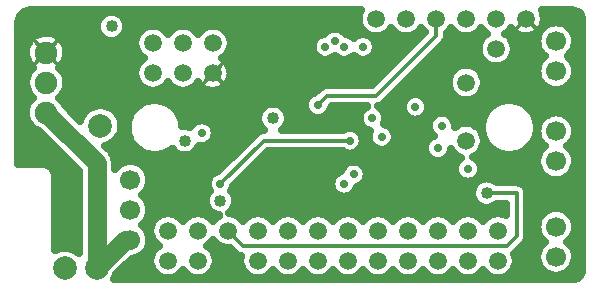
<source format=gbr>
G04 DipTrace 3.0.0.2*
G04 Inner2[+5v].gbr*
%MOIN*%
G04 #@! TF.FileFunction,Copper,L3,Inr*
G04 #@! TF.Part,Single*
%ADD16C,0.059055*%
%ADD28C,0.066929*%
%ADD29C,0.074803*%
%ADD32C,0.07874*%
G04 #@! TA.AperFunction,CopperBalancing*
%ADD14C,0.012992*%
G04 #@! TA.AperFunction,Conductor*
%ADD17C,0.062992*%
G04 #@! TA.AperFunction,CopperBalancing*
%ADD19C,0.025*%
G04 #@! TA.AperFunction,ViaPad*
%ADD46C,0.027559*%
%ADD48C,0.04*%
%FSLAX26Y26*%
G04*
G70*
G90*
G75*
G01*
G04 Inner2_Plane*
%LPD*%
X1850104Y1043789D2*
D14*
Y1031287D1*
X1293724Y1074924D2*
X1256224D1*
X1249975Y1081173D1*
X1431310Y681251D2*
X1400056D1*
X699972Y474979D2*
D17*
X793732Y568739D1*
X812487D1*
X531220Y993673D2*
X699972Y824921D1*
Y474979D1*
X1543701Y899970D2*
D14*
X1256238D1*
X1112526Y756258D1*
X1999974Y724924D2*
X2099978D1*
Y581088D1*
X2068877Y549987D1*
X1187408D1*
X1137474Y599921D1*
X1831223Y1306173D2*
Y1249923D1*
X1631224Y1049924D1*
X1468724D1*
X1437474Y1018673D1*
D46*
X1850104Y1043789D3*
D48*
X1293724Y1074924D3*
D46*
X1431310Y681251D3*
D48*
X993718Y900024D3*
X1287545Y975031D3*
D46*
X1762450Y1012471D3*
X1850104Y950029D3*
D48*
X1112526Y700001D3*
D46*
X1525232Y756258D3*
X1618824Y974848D3*
X1462240Y1212556D3*
D3*
X1650083Y912525D3*
X1543701Y899970D3*
X1112526Y756258D3*
X1493736Y1231308D3*
X1525232Y1212556D3*
D48*
X1999974Y724924D3*
D46*
X1556728Y787512D3*
D48*
X749988Y1281314D3*
D46*
X1937450Y806220D3*
X1588224Y1212424D3*
X1437474Y1018673D3*
X1050020Y925026D3*
X1837451Y874971D3*
D48*
X1268793Y831266D3*
X443444Y1309108D2*
D19*
X706852D1*
X793151D2*
X1570035D1*
X2192419D2*
X2314762D1*
X440222Y1284239D2*
X698307D1*
X801647D2*
X1574186D1*
X2267516D2*
X2315690D1*
X440222Y1259370D2*
X517496D1*
X544958D2*
X703386D1*
X796570D2*
X837370D1*
X1137584D2*
X1458610D1*
X1528844D2*
X1593180D1*
X1669274D2*
X1693180D1*
X1769274D2*
X1787614D1*
X1869470D2*
X1893180D1*
X1969274D2*
X1993180D1*
X2069274D2*
X2093180D1*
X2289978D2*
X2315690D1*
X440222Y1234501D2*
X476042D1*
X586412D2*
X732194D1*
X767760D2*
X826970D1*
X1147986D2*
X1422722D1*
X1627672D2*
X1762760D1*
X1865954D2*
X1977311D1*
X2085436D2*
X2166276D1*
X2296520D2*
X2315690D1*
X440222Y1209632D2*
X464030D1*
X598424D2*
X828239D1*
X1146715D2*
X1416814D1*
X1633678D2*
X1737907D1*
X1843982D2*
X1970182D1*
X2092566D2*
X2170035D1*
X2292760D2*
X2315690D1*
X440222Y1184764D2*
X462663D1*
X599791D2*
X842058D1*
X1132898D2*
X1426871D1*
X1623668D2*
X1713004D1*
X1819127D2*
X1974186D1*
X2088562D2*
X2186882D1*
X2275963D2*
X2315690D1*
X440222Y1159895D2*
X471256D1*
X591198D2*
X837760D1*
X1137194D2*
X1688151D1*
X1794226D2*
X1992790D1*
X2069958D2*
X2173063D1*
X2289734D2*
X2315690D1*
X440222Y1135026D2*
X476432D1*
X585974D2*
X827067D1*
X1147887D2*
X1663298D1*
X1769371D2*
X1886979D1*
X1975719D2*
X2166276D1*
X2296520D2*
X2315690D1*
X440222Y1110157D2*
X464127D1*
X598278D2*
X828092D1*
X1146862D2*
X1638395D1*
X1744518D2*
X1872379D1*
X1990319D2*
X2169840D1*
X2292955D2*
X2315690D1*
X440222Y1085289D2*
X462614D1*
X599840D2*
X841570D1*
X1133386D2*
X1461051D1*
X1719615D2*
X1870719D1*
X1992028D2*
X2186295D1*
X2276500D2*
X2315690D1*
X440222Y1060420D2*
X470963D1*
X591491D2*
X1424576D1*
X1694762D2*
X1880486D1*
X1982214D2*
X2315690D1*
X440222Y1035551D2*
X476871D1*
X585583D2*
X1395378D1*
X1669908D2*
X1723650D1*
X1801256D2*
X1920963D1*
X1941735D2*
X2315690D1*
X440222Y1010682D2*
X464274D1*
X602623D2*
X677898D1*
X747058D2*
X829020D1*
X958483D2*
X1251091D1*
X1324010D2*
X1392692D1*
X1482555D2*
X1592496D1*
X1645154D2*
X1716959D1*
X1807946D2*
X2010416D1*
X2139831D2*
X2315690D1*
X440222Y985814D2*
X462516D1*
X627478D2*
X651432D1*
X773522D2*
X810123D1*
X977379D2*
X1236979D1*
X1338122D2*
X1407194D1*
X1467760D2*
X1574723D1*
X1662927D2*
X1726188D1*
X1798718D2*
X1823698D1*
X1876500D2*
X1991471D1*
X2158727D2*
X2197966D1*
X2264488D2*
X2315690D1*
X440222Y960945D2*
X470671D1*
X782751D2*
X801530D1*
X986022D2*
X1023844D1*
X1076207D2*
X1237858D1*
X1337243D2*
X1575602D1*
X1662047D2*
X1805974D1*
X1894226D2*
X1982878D1*
X2288903D2*
X2315690D1*
X440222Y936076D2*
X495182D1*
X782164D2*
X800211D1*
X1094127D2*
X1254899D1*
X1320154D2*
X1517790D1*
X1569615D2*
X1597672D1*
X1688610D2*
X1806902D1*
X2296227D2*
X2315690D1*
X440222Y911207D2*
X525260D1*
X771570D2*
X805875D1*
X1093248D2*
X1214420D1*
X1587731D2*
X1604558D1*
X1695592D2*
X1811735D1*
X2293151D2*
X2315690D1*
X440222Y886339D2*
X550163D1*
X740514D2*
X820182D1*
X1071374D2*
X1189567D1*
X1586999D2*
X1613444D1*
X1686706D2*
X1793474D1*
X2148668D2*
X2184879D1*
X2277575D2*
X2315690D1*
X440222Y861470D2*
X575016D1*
X751012D2*
X851579D1*
X935924D2*
X960563D1*
X1026843D2*
X1164664D1*
X1270787D2*
X1521988D1*
X1565416D2*
X1794108D1*
X1978210D2*
X2032927D1*
X2117272D2*
X2173795D1*
X2288610D2*
X2315690D1*
X440222Y836601D2*
X599870D1*
X762096D2*
X1139811D1*
X1245934D2*
X1815495D1*
X1859411D2*
X1904459D1*
X1970398D2*
X2166227D1*
X2296178D2*
X2315690D1*
X549402Y811732D2*
X624772D1*
X860631D2*
X1114958D1*
X1221031D2*
X1518668D1*
X1594811D2*
X1892302D1*
X1982604D2*
X2169108D1*
X2293346D2*
X2315690D1*
X563171Y786863D2*
X636735D1*
X875035D2*
X1079802D1*
X1196178D2*
X1492496D1*
X1602234D2*
X1896500D1*
X1978356D2*
X2184343D1*
X2278112D2*
X2315690D1*
X563707Y761995D2*
X636735D1*
X877331D2*
X1067399D1*
X1171324D2*
X1480094D1*
X1593883D2*
X1965055D1*
X2034899D2*
X2315690D1*
X563707Y737126D2*
X636735D1*
X869127D2*
X1071500D1*
X1153551D2*
X1484196D1*
X1566295D2*
X1949772D1*
X2136071D2*
X2315690D1*
X563707Y712257D2*
X636735D1*
X860143D2*
X1062322D1*
X1162731D2*
X1949870D1*
X2138219D2*
X2315690D1*
X563707Y687388D2*
X636735D1*
X874840D2*
X1062419D1*
X1162634D2*
X1965592D1*
X2034362D2*
X2061735D1*
X2138219D2*
X2315690D1*
X563707Y662520D2*
X636735D1*
X877379D2*
X1078092D1*
X1146959D2*
X2061735D1*
X2138219D2*
X2190983D1*
X2271471D2*
X2315690D1*
X563707Y637651D2*
X636735D1*
X869470D2*
X889908D1*
X2138219D2*
X2171306D1*
X2291150D2*
X2315690D1*
X563707Y612782D2*
X636735D1*
X859655D2*
X877604D1*
X2138219D2*
X2166031D1*
X2296423D2*
X2315690D1*
X563707Y587913D2*
X636735D1*
X2138219D2*
X2171012D1*
X2291442D2*
X2315690D1*
X563707Y563045D2*
X636735D1*
X2133336D2*
X2190055D1*
X2272399D2*
X2315690D1*
X622839Y538176D2*
X636735D1*
X869762D2*
X890348D1*
X1084606D2*
X1146159D1*
X2110094D2*
X2171550D1*
X2290906D2*
X2315690D1*
X844323Y513307D2*
X877751D1*
X1097203D2*
X1177751D1*
X2097203D2*
X2166031D1*
X2296423D2*
X2315690D1*
X801843Y488438D2*
X877311D1*
X1097594D2*
X1177311D1*
X2097594D2*
X2170768D1*
X2291686D2*
X2315690D1*
X776988Y463570D2*
X888786D1*
X1086168D2*
X1188786D1*
X2086168D2*
X2189420D1*
X2273034D2*
X2314811D1*
X760730Y438701D2*
X2289518D1*
X2293919Y1226378D2*
X2292379Y1216657D1*
X2289337Y1207299D1*
X2284870Y1198530D1*
X2279087Y1190570D1*
X2272127Y1183610D1*
X2269213Y1181312D1*
X2275744Y1175643D1*
X2282134Y1168159D1*
X2287277Y1159769D1*
X2291042Y1150677D1*
X2293340Y1141109D1*
X2294112Y1131298D1*
X2293340Y1121487D1*
X2291042Y1111919D1*
X2287277Y1102827D1*
X2282134Y1094437D1*
X2275744Y1086953D1*
X2268260Y1080563D1*
X2259870Y1075420D1*
X2250778Y1071655D1*
X2241210Y1069357D1*
X2231399Y1068585D1*
X2221588Y1069357D1*
X2212020Y1071655D1*
X2202928Y1075420D1*
X2194538Y1080563D1*
X2187054Y1086953D1*
X2180664Y1094437D1*
X2175521Y1102827D1*
X2171756Y1111919D1*
X2169458Y1121487D1*
X2168686Y1131298D1*
X2169458Y1141109D1*
X2171756Y1150677D1*
X2175521Y1159769D1*
X2180664Y1168159D1*
X2187054Y1175643D1*
X2193585Y1181283D1*
X2187054Y1186953D1*
X2180664Y1194437D1*
X2175521Y1202827D1*
X2171756Y1211919D1*
X2169458Y1221487D1*
X2168686Y1231298D1*
X2169458Y1241109D1*
X2171756Y1250677D1*
X2175521Y1259769D1*
X2180664Y1268159D1*
X2187054Y1275643D1*
X2194538Y1282033D1*
X2202928Y1287176D1*
X2212020Y1290941D1*
X2221588Y1293239D1*
X2231399Y1294010D1*
X2241210Y1293239D1*
X2250778Y1290941D1*
X2259870Y1287176D1*
X2268260Y1282033D1*
X2275744Y1275643D1*
X2282134Y1268159D1*
X2287277Y1259769D1*
X2291042Y1250677D1*
X2293340Y1241109D1*
X2294112Y1231298D1*
X2293919Y1226378D1*
X2293744Y507503D2*
X2292205Y497782D1*
X2289163Y488424D1*
X2284696Y479655D1*
X2278912Y471694D1*
X2271953Y464735D1*
X2263992Y458951D1*
X2255223Y454484D1*
X2245865Y451442D1*
X2236144Y449903D1*
X2226304D1*
X2216584Y451442D1*
X2207226Y454484D1*
X2198457Y458951D1*
X2190496Y464735D1*
X2183537Y471694D1*
X2177753Y479655D1*
X2173286Y488424D1*
X2170244Y497782D1*
X2168705Y507503D1*
Y517342D1*
X2170244Y527063D1*
X2173286Y536421D1*
X2177753Y545190D1*
X2183537Y553151D1*
X2190496Y560110D1*
X2193411Y562408D1*
X2186879Y568077D1*
X2180490Y575562D1*
X2175346Y583951D1*
X2171581Y593043D1*
X2169283Y602612D1*
X2168512Y612423D1*
X2169283Y622234D1*
X2171581Y631802D1*
X2175346Y640894D1*
X2180490Y649283D1*
X2186879Y656768D1*
X2194364Y663157D1*
X2202753Y668300D1*
X2211845Y672066D1*
X2221413Y674363D1*
X2231224Y675135D1*
X2241035Y674363D1*
X2250604Y672066D1*
X2259696Y668300D1*
X2268085Y663157D1*
X2275570Y656768D1*
X2281959Y649283D1*
X2287102Y640894D1*
X2290867Y631802D1*
X2293165Y622234D1*
X2293937Y612423D1*
X2293165Y602612D1*
X2290867Y593043D1*
X2287102Y583951D1*
X2281959Y575562D1*
X2275570Y568077D1*
X2269038Y562437D1*
X2275570Y556768D1*
X2281959Y549283D1*
X2287102Y540894D1*
X2290867Y531802D1*
X2293165Y522234D1*
X2293937Y512423D1*
X2293744Y507503D1*
X952157Y873552D2*
X941504Y865871D1*
X928728Y859362D1*
X915093Y854932D1*
X900932Y852689D1*
X886593D1*
X872432Y854932D1*
X858797Y859362D1*
X846021Y865871D1*
X834421Y874299D1*
X824283Y884437D1*
X815856Y896037D1*
X809346Y908812D1*
X804916Y922447D1*
X802673Y936609D1*
Y950947D1*
X804916Y965109D1*
X809346Y978744D1*
X815856Y991520D1*
X824283Y1003119D1*
X834421Y1013257D1*
X846021Y1021685D1*
X858797Y1028194D1*
X872432Y1032625D1*
X886593Y1034867D1*
X900932D1*
X915093Y1032625D1*
X928728Y1028194D1*
X941504Y1021685D1*
X953104Y1013257D1*
X963241Y1003119D1*
X971669Y991520D1*
X978178Y978744D1*
X982609Y965109D1*
X984852Y950947D1*
X984948Y948510D1*
X993718Y949272D1*
X1001423Y948665D1*
X1008936Y946861D1*
X1012239Y945643D1*
X1017302Y952970D1*
X1022076Y957744D1*
X1027538Y961714D1*
X1033554Y964778D1*
X1039975Y966865D1*
X1046644Y967921D1*
X1053395D1*
X1060064Y966865D1*
X1066486Y964778D1*
X1072501Y961714D1*
X1077963Y957744D1*
X1082738Y952970D1*
X1086707Y947508D1*
X1089772Y941492D1*
X1091858Y935071D1*
X1092915Y928402D1*
Y921651D1*
X1091858Y914982D1*
X1089772Y908560D1*
X1086707Y902545D1*
X1082738Y897083D1*
X1077963Y892308D1*
X1072501Y888339D1*
X1066486Y885274D1*
X1060064Y883188D1*
X1053395Y882131D1*
X1046644D1*
X1039988Y883185D1*
X1037598Y877665D1*
X1033560Y871076D1*
X1028542Y865199D1*
X1022665Y860181D1*
X1016076Y856143D1*
X1008936Y853186D1*
X1001423Y851382D1*
X993718Y850776D1*
X986013Y851382D1*
X978500Y853186D1*
X971360Y856143D1*
X964770Y860181D1*
X958894Y865199D1*
X953875Y871076D1*
X952222Y873551D1*
X2166211Y936609D2*
X2163969Y922447D1*
X2159538Y908812D1*
X2153029Y896037D1*
X2144601Y884437D1*
X2134463Y874299D1*
X2122864Y865871D1*
X2110088Y859362D1*
X2096453Y854932D1*
X2082291Y852689D1*
X2067953D1*
X2053791Y854932D1*
X2040156Y859362D1*
X2027381Y865871D1*
X2015781Y874299D1*
X2005643Y884437D1*
X1997215Y896037D1*
X1990706Y908812D1*
X1986276Y922447D1*
X1984033Y936609D1*
Y950947D1*
X1986276Y965109D1*
X1990706Y978744D1*
X1997215Y991520D1*
X2005643Y1003119D1*
X2015781Y1013257D1*
X2027381Y1021685D1*
X2040156Y1028194D1*
X2053791Y1032625D1*
X2067953Y1034867D1*
X2082291D1*
X2096453Y1032625D1*
X2110088Y1028194D1*
X2122864Y1021685D1*
X2134463Y1013257D1*
X2144601Y1003119D1*
X2153029Y991520D1*
X2159538Y978744D1*
X2163969Y965109D1*
X2166211Y950947D1*
Y936609D1*
X875007Y563819D2*
X873467Y554098D1*
X870425Y544740D1*
X865958Y535971D1*
X860175Y528010D1*
X853215Y521051D1*
X845255Y515268D1*
X836486Y510800D1*
X827127Y507758D1*
X817119Y506209D1*
X765525Y454627D1*
X761112Y443827D1*
X757531Y437709D1*
X2283450Y437716D1*
X2295223Y439070D1*
X2302886Y442213D1*
X2309403Y447315D1*
X2314290Y453996D1*
X2317182Y461752D1*
X2318210Y474257D1*
X2318209Y1297438D1*
X2317180Y1309958D1*
X2314289Y1317699D1*
X2309400Y1324381D1*
X2302883Y1329482D1*
X2295223Y1332625D1*
X2283472Y1333974D1*
X2183056Y1333975D1*
X2186861Y1325126D1*
X2188820Y1317892D1*
X2189843Y1310467D1*
X2189787Y1301180D1*
X2188676Y1293768D1*
X2186630Y1286556D1*
X2183684Y1279665D1*
X2179883Y1273205D1*
X2175293Y1267281D1*
X2169984Y1261989D1*
X2164047Y1257416D1*
X2157575Y1253635D1*
X2150675Y1250710D1*
X2143459Y1248685D1*
X2136043Y1247596D1*
X2128550Y1247458D1*
X2121100Y1248277D1*
X2113814Y1250035D1*
X2106812Y1252707D1*
X2100206Y1256249D1*
X2094105Y1260602D1*
X2088608Y1265697D1*
X2083803Y1271449D1*
X2081230Y1275282D1*
X2075916Y1268001D1*
X2069395Y1261480D1*
X2062278Y1256289D1*
X2069545Y1250999D1*
X2076066Y1244478D1*
X2081487Y1237016D1*
X2085675Y1228798D1*
X2088525Y1220026D1*
X2089967Y1210917D1*
Y1201694D1*
X2088525Y1192585D1*
X2085675Y1183814D1*
X2081487Y1175596D1*
X2076066Y1168134D1*
X2069545Y1161613D1*
X2062083Y1156192D1*
X2053865Y1152004D1*
X2045093Y1149153D1*
X2035984Y1147711D1*
X2026761D1*
X2017652Y1149153D1*
X2008881Y1152004D1*
X2000663Y1156192D1*
X1993201Y1161613D1*
X1986680Y1168134D1*
X1981259Y1175596D1*
X1977071Y1183814D1*
X1974220Y1192585D1*
X1972778Y1201694D1*
Y1210917D1*
X1974220Y1220026D1*
X1977071Y1228798D1*
X1981259Y1237016D1*
X1986680Y1244478D1*
X1993201Y1250999D1*
X2000318Y1256190D1*
X1993051Y1261480D1*
X1986530Y1268001D1*
X1981219Y1275298D1*
X1975916Y1268001D1*
X1969395Y1261480D1*
X1961933Y1256059D1*
X1953715Y1251871D1*
X1944944Y1249021D1*
X1935835Y1247579D1*
X1926612D1*
X1917503Y1249021D1*
X1908731Y1251871D1*
X1900513Y1256059D1*
X1893051Y1261480D1*
X1886530Y1268001D1*
X1881219Y1275298D1*
X1875916Y1268001D1*
X1869395Y1261480D1*
X1866974Y1259571D1*
X1866857Y1247118D1*
X1865980Y1241579D1*
X1864247Y1236244D1*
X1861699Y1231247D1*
X1858403Y1226709D1*
X1750432Y1118581D1*
X1654438Y1022744D1*
X1649900Y1019447D1*
X1644903Y1016900D1*
X1639568Y1015167D1*
X1636806Y1014618D1*
X1641306Y1011535D1*
X1646768Y1007566D1*
X1651542Y1002791D1*
X1655512Y997329D1*
X1658576Y991314D1*
X1660663Y984892D1*
X1661719Y978223D1*
Y971472D1*
X1660663Y964803D1*
X1658576Y958382D1*
X1656988Y955003D1*
X1663379Y953446D1*
X1669617Y950862D1*
X1675374Y947335D1*
X1680508Y942950D1*
X1684892Y937816D1*
X1688420Y932059D1*
X1691004Y925821D1*
X1692580Y919256D1*
X1693110Y912525D1*
X1692580Y905794D1*
X1691004Y899228D1*
X1688420Y892991D1*
X1684892Y887234D1*
X1680508Y882100D1*
X1675374Y877715D1*
X1669617Y874188D1*
X1663379Y871604D1*
X1656814Y870028D1*
X1650083Y869497D1*
X1643352Y870028D1*
X1636786Y871604D1*
X1630549Y874188D1*
X1624791Y877715D1*
X1619657Y882100D1*
X1615273Y887234D1*
X1611745Y892991D1*
X1609161Y899228D1*
X1607585Y905794D1*
X1607055Y912525D1*
X1607585Y919256D1*
X1609161Y925821D1*
X1611919Y932370D1*
X1605528Y933926D1*
X1599290Y936510D1*
X1593533Y940038D1*
X1588399Y944423D1*
X1584014Y949556D1*
X1580487Y955314D1*
X1577903Y961551D1*
X1576327Y968117D1*
X1575797Y974848D1*
X1576327Y981579D1*
X1577903Y988144D1*
X1580487Y994382D1*
X1584014Y1000139D1*
X1588399Y1005273D1*
X1593533Y1009657D1*
X1599290Y1013185D1*
X1601436Y1014174D1*
X1483520Y1014180D1*
X1479312Y1008629D1*
X1477226Y1002207D1*
X1474161Y996192D1*
X1470192Y990730D1*
X1465417Y985955D1*
X1459955Y981986D1*
X1453940Y978921D1*
X1447518Y976835D1*
X1440849Y975778D1*
X1434098D1*
X1427429Y976835D1*
X1421008Y978921D1*
X1414992Y981986D1*
X1409530Y985955D1*
X1404756Y990730D1*
X1400786Y996192D1*
X1397722Y1002207D1*
X1395635Y1008629D1*
X1394579Y1015298D1*
Y1022049D1*
X1395635Y1028718D1*
X1397722Y1035139D1*
X1400786Y1041155D1*
X1404756Y1046617D1*
X1409530Y1051391D1*
X1414992Y1055361D1*
X1421008Y1058425D1*
X1429098Y1060844D1*
X1445510Y1077104D1*
X1450049Y1080400D1*
X1455046Y1082947D1*
X1460381Y1084681D1*
X1465920Y1085558D1*
X1616429Y1085668D1*
X1792635Y1261884D1*
X1786530Y1268001D1*
X1781219Y1275298D1*
X1775916Y1268001D1*
X1769395Y1261480D1*
X1761933Y1256059D1*
X1753715Y1251871D1*
X1744944Y1249021D1*
X1735835Y1247579D1*
X1726612D1*
X1717503Y1249021D1*
X1708731Y1251871D1*
X1700513Y1256059D1*
X1693051Y1261480D1*
X1686530Y1268001D1*
X1681219Y1275298D1*
X1675916Y1268001D1*
X1669395Y1261480D1*
X1661933Y1256059D1*
X1653715Y1251871D1*
X1644944Y1249021D1*
X1635835Y1247579D1*
X1626612D1*
X1617503Y1249021D1*
X1608731Y1251871D1*
X1600513Y1256059D1*
X1593051Y1261480D1*
X1586530Y1268001D1*
X1581109Y1275463D1*
X1576921Y1283681D1*
X1574071Y1292453D1*
X1572629Y1301562D1*
Y1310785D1*
X1574071Y1319894D1*
X1576921Y1328665D1*
X1579479Y1333974D1*
X478219Y1333976D1*
X466381Y1332228D1*
X457455Y1328496D1*
X449736Y1322682D1*
X443688Y1315144D1*
X439698Y1306377D1*
X437697Y1295289D1*
X437698Y822344D1*
X522059Y822262D1*
X528646Y821219D1*
X534988Y819159D1*
X540930Y816131D1*
X546325Y812211D1*
X551042Y807495D1*
X554962Y802100D1*
X557990Y796157D1*
X560050Y789815D1*
X561093Y783228D1*
X561224Y692394D1*
X561093Y540339D1*
X560698Y537012D1*
X562571Y536063D1*
X572518Y540184D1*
X582990Y542697D1*
X593723Y543542D1*
X604457Y542697D1*
X614928Y540184D1*
X624875Y536063D1*
X634056Y530437D1*
X639230Y526230D1*
X639228Y799735D1*
X507692Y931297D1*
X500962Y934287D1*
X492045Y939752D1*
X484092Y946545D1*
X477299Y954497D1*
X471835Y963415D1*
X467833Y973077D1*
X465391Y983247D1*
X464571Y993673D1*
X465391Y1004100D1*
X467833Y1014269D1*
X471835Y1023932D1*
X477299Y1032849D1*
X484092Y1040802D1*
X487169Y1043646D1*
X480539Y1050387D1*
X474392Y1058849D1*
X469644Y1068168D1*
X466412Y1078114D1*
X464777Y1088444D1*
Y1098903D1*
X466412Y1109232D1*
X469644Y1119178D1*
X474392Y1128497D1*
X480539Y1136959D1*
X487169Y1143646D1*
X480394Y1150560D1*
X474520Y1158642D1*
X469920Y1167510D1*
X466698Y1176967D1*
X464927Y1186799D1*
X464643Y1196786D1*
X465857Y1206703D1*
X468539Y1216327D1*
X472629Y1225442D1*
X478035Y1233842D1*
X484638Y1241341D1*
X492286Y1247769D1*
X500810Y1252980D1*
X510017Y1256860D1*
X519699Y1259320D1*
X529642Y1260304D1*
X539619Y1259791D1*
X549408Y1257794D1*
X558787Y1254354D1*
X567549Y1249552D1*
X575493Y1243493D1*
X582442Y1236316D1*
X588241Y1228181D1*
X592759Y1219270D1*
X595894Y1209783D1*
X597575Y1199936D1*
X597823Y1191173D1*
X596701Y1181247D1*
X594108Y1171598D1*
X590102Y1162446D1*
X584773Y1153996D1*
X578240Y1146437D1*
X575276Y1143674D1*
X581902Y1136959D1*
X588049Y1128497D1*
X592797Y1119178D1*
X596029Y1109232D1*
X597664Y1098903D1*
Y1088444D1*
X596029Y1078114D1*
X592797Y1068168D1*
X588049Y1058849D1*
X581902Y1050387D1*
X575272Y1043701D1*
X581902Y1036959D1*
X588049Y1028497D1*
X592797Y1019178D1*
X593483Y1017319D1*
X645539Y965258D1*
X649089Y976287D1*
X653978Y985882D1*
X660307Y994593D1*
X667920Y1002206D1*
X676631Y1008535D1*
X686226Y1013424D1*
X696466Y1016751D1*
X707101Y1018436D1*
X717867D1*
X728503Y1016751D1*
X738743Y1013424D1*
X748337Y1008535D1*
X757049Y1002206D1*
X764661Y994593D1*
X770991Y985882D1*
X775879Y976287D1*
X779206Y966047D1*
X780891Y955412D1*
Y944646D1*
X779206Y934010D1*
X775879Y923770D1*
X770991Y914176D1*
X764661Y905465D1*
X757049Y897852D1*
X748337Y891522D1*
X738743Y886634D1*
X727656Y883138D1*
X746163Y864371D1*
X751765Y856660D1*
X756093Y848167D1*
X759038Y839101D1*
X760529Y829688D1*
X760717Y804169D1*
X768142Y813084D1*
X775626Y819474D1*
X784016Y824617D1*
X793108Y828382D1*
X802676Y830680D1*
X812487Y831451D1*
X822298Y830680D1*
X831866Y828382D1*
X840958Y824617D1*
X849348Y819474D1*
X856832Y813084D1*
X863222Y805600D1*
X868365Y797210D1*
X872130Y788118D1*
X874428Y778550D1*
X875199Y768739D1*
X874428Y758928D1*
X872130Y749360D1*
X868365Y740268D1*
X863222Y731878D1*
X856832Y724394D1*
X850301Y718753D1*
X856832Y713084D1*
X863222Y705600D1*
X868365Y697210D1*
X872130Y688118D1*
X874428Y678550D1*
X875199Y668739D1*
X874428Y658928D1*
X872130Y649360D1*
X868365Y640268D1*
X863222Y631878D1*
X856832Y624394D1*
X850301Y618753D1*
X856832Y613084D1*
X863222Y605600D1*
X868365Y597210D1*
X872130Y588118D1*
X874428Y578550D1*
X875199Y568739D1*
X875007Y563819D1*
X2293744Y826253D2*
X2292205Y816533D1*
X2289163Y807174D1*
X2284696Y798405D1*
X2278912Y790445D1*
X2271953Y783486D1*
X2263992Y777702D1*
X2255223Y773235D1*
X2245865Y770193D1*
X2236144Y768653D1*
X2226304D1*
X2216584Y770193D1*
X2207226Y773235D1*
X2198457Y777702D1*
X2190496Y783486D1*
X2183537Y790445D1*
X2177753Y798405D1*
X2173286Y807174D1*
X2170244Y816533D1*
X2168705Y826253D1*
Y836093D1*
X2170244Y845814D1*
X2173286Y855172D1*
X2177753Y863941D1*
X2183537Y871902D1*
X2190496Y878861D1*
X2193411Y881159D1*
X2186879Y886828D1*
X2180490Y894312D1*
X2175346Y902702D1*
X2171581Y911794D1*
X2169283Y921362D1*
X2168512Y931173D1*
X2169283Y940984D1*
X2171581Y950552D1*
X2175346Y959644D1*
X2180490Y968034D1*
X2186879Y975518D1*
X2194364Y981908D1*
X2202753Y987051D1*
X2211845Y990816D1*
X2221413Y993114D1*
X2231224Y993886D1*
X2241035Y993114D1*
X2250604Y990816D1*
X2259696Y987051D1*
X2268085Y981908D1*
X2275570Y975518D1*
X2281959Y968034D1*
X2287102Y959644D1*
X2290867Y950552D1*
X2293165Y940984D1*
X2293937Y931173D1*
X2293165Y921362D1*
X2290867Y911794D1*
X2287102Y902702D1*
X2281959Y894312D1*
X2275570Y886828D1*
X2269038Y881188D1*
X2275570Y875518D1*
X2281959Y868034D1*
X2287102Y859644D1*
X2290867Y850552D1*
X2293165Y840984D1*
X2293937Y831173D1*
X2293744Y826253D1*
X1987470Y630797D2*
X1992781Y638093D1*
X1999302Y644614D1*
X2006764Y650035D1*
X2014982Y654223D1*
X2023753Y657073D1*
X2032862Y658516D1*
X2042085D1*
X2051194Y657073D1*
X2059966Y654223D1*
X2064236Y652247D1*
X2064234Y689144D1*
X2033815Y689180D1*
X2028921Y685081D1*
X2022332Y681043D1*
X2015192Y678087D1*
X2007678Y676282D1*
X1999974Y675676D1*
X1992269Y676282D1*
X1984756Y678087D1*
X1977615Y681043D1*
X1971026Y685081D1*
X1965150Y690100D1*
X1960131Y695976D1*
X1956093Y702566D1*
X1953136Y709706D1*
X1951332Y717219D1*
X1950726Y724924D1*
X1951332Y732629D1*
X1953136Y740142D1*
X1956093Y747282D1*
X1960131Y753871D1*
X1965150Y759748D1*
X1971026Y764766D1*
X1977615Y768804D1*
X1984756Y771761D1*
X1992269Y773566D1*
X1999974Y774172D1*
X2007678Y773566D1*
X2015192Y771761D1*
X2022332Y768804D1*
X2028921Y764766D1*
X2033810Y760660D1*
X2102782Y760558D1*
X2108322Y759681D1*
X2113656Y757947D1*
X2118654Y755400D1*
X2123192Y752104D1*
X2127157Y748138D1*
X2130454Y743600D1*
X2133001Y738602D1*
X2134735Y733268D1*
X2135612Y727728D1*
X2135722Y581088D1*
X2135282Y575496D1*
X2133972Y570042D1*
X2131825Y564861D1*
X2128895Y560077D1*
X2125253Y555812D1*
X2091776Y522413D1*
X2094626Y513642D1*
X2096068Y504533D1*
Y495310D1*
X2094626Y486201D1*
X2091776Y477429D1*
X2087588Y469211D1*
X2082167Y461749D1*
X2075646Y455228D1*
X2068184Y449807D1*
X2059966Y445619D1*
X2051194Y442769D1*
X2042085Y441327D1*
X2032862D1*
X2023753Y442769D1*
X2014982Y445619D1*
X2006764Y449807D1*
X1999302Y455228D1*
X1992781Y461749D1*
X1987470Y469046D1*
X1982167Y461749D1*
X1975646Y455228D1*
X1968184Y449807D1*
X1959966Y445619D1*
X1951194Y442769D1*
X1942085Y441327D1*
X1932862D1*
X1923753Y442769D1*
X1914982Y445619D1*
X1906764Y449807D1*
X1899302Y455228D1*
X1892781Y461749D1*
X1887470Y469046D1*
X1882167Y461749D1*
X1875646Y455228D1*
X1868184Y449807D1*
X1859966Y445619D1*
X1851194Y442769D1*
X1842085Y441327D1*
X1832862D1*
X1823753Y442769D1*
X1814982Y445619D1*
X1806764Y449807D1*
X1799302Y455228D1*
X1792781Y461749D1*
X1787470Y469046D1*
X1782167Y461749D1*
X1775646Y455228D1*
X1768184Y449807D1*
X1759966Y445619D1*
X1751194Y442769D1*
X1742085Y441327D1*
X1732862D1*
X1723753Y442769D1*
X1714982Y445619D1*
X1706764Y449807D1*
X1699302Y455228D1*
X1692781Y461749D1*
X1687470Y469046D1*
X1682167Y461749D1*
X1675646Y455228D1*
X1668184Y449807D1*
X1659966Y445619D1*
X1651194Y442769D1*
X1642085Y441327D1*
X1632862D1*
X1623753Y442769D1*
X1614982Y445619D1*
X1606764Y449807D1*
X1599302Y455228D1*
X1592781Y461749D1*
X1587470Y469046D1*
X1582167Y461749D1*
X1575646Y455228D1*
X1568184Y449807D1*
X1559966Y445619D1*
X1551194Y442769D1*
X1542085Y441327D1*
X1532862D1*
X1523753Y442769D1*
X1514982Y445619D1*
X1506764Y449807D1*
X1499302Y455228D1*
X1492781Y461749D1*
X1487470Y469046D1*
X1482167Y461749D1*
X1475646Y455228D1*
X1468184Y449807D1*
X1459966Y445619D1*
X1451194Y442769D1*
X1442085Y441327D1*
X1432862D1*
X1423753Y442769D1*
X1414982Y445619D1*
X1406764Y449807D1*
X1399302Y455228D1*
X1392781Y461749D1*
X1387470Y469046D1*
X1382167Y461749D1*
X1375646Y455228D1*
X1368184Y449807D1*
X1359966Y445619D1*
X1351194Y442769D1*
X1342085Y441327D1*
X1332862D1*
X1323753Y442769D1*
X1314982Y445619D1*
X1306764Y449807D1*
X1299302Y455228D1*
X1292781Y461749D1*
X1287470Y469046D1*
X1282167Y461749D1*
X1275646Y455228D1*
X1268184Y449807D1*
X1259966Y445619D1*
X1251194Y442769D1*
X1242085Y441327D1*
X1232862D1*
X1223753Y442769D1*
X1214982Y445619D1*
X1206764Y449807D1*
X1199302Y455228D1*
X1192781Y461749D1*
X1187360Y469211D1*
X1183172Y477429D1*
X1180322Y486201D1*
X1178879Y495310D1*
Y504533D1*
X1180322Y513642D1*
X1180669Y514874D1*
X1173730Y516963D1*
X1168732Y519510D1*
X1164194Y522807D1*
X1145181Y541664D1*
X1137474Y541146D1*
X1128280Y541869D1*
X1119311Y544022D1*
X1110790Y547551D1*
X1102927Y552371D1*
X1095913Y558361D1*
X1089924Y565374D1*
X1087470Y569046D1*
X1082167Y561749D1*
X1075646Y555228D1*
X1068349Y549917D1*
X1075646Y544614D1*
X1082167Y538093D1*
X1087588Y530631D1*
X1091776Y522413D1*
X1094626Y513642D1*
X1096068Y504533D1*
Y495310D1*
X1094626Y486201D1*
X1091776Y477429D1*
X1087588Y469211D1*
X1082167Y461749D1*
X1075646Y455228D1*
X1068184Y449807D1*
X1059966Y445619D1*
X1051194Y442769D1*
X1042085Y441327D1*
X1032862D1*
X1023753Y442769D1*
X1014982Y445619D1*
X1006764Y449807D1*
X999302Y455228D1*
X992781Y461749D1*
X987470Y469046D1*
X982167Y461749D1*
X975646Y455228D1*
X968184Y449807D1*
X959966Y445619D1*
X951194Y442769D1*
X942085Y441327D1*
X932862D1*
X923753Y442769D1*
X914982Y445619D1*
X906764Y449807D1*
X899302Y455228D1*
X892781Y461749D1*
X887360Y469211D1*
X883172Y477429D1*
X880322Y486201D1*
X878879Y495310D1*
Y504533D1*
X880322Y513642D1*
X883172Y522413D1*
X887360Y530631D1*
X892781Y538093D1*
X899302Y544614D1*
X906598Y549925D1*
X899302Y555228D1*
X892781Y561749D1*
X887360Y569211D1*
X883172Y577429D1*
X880322Y586201D1*
X878879Y595310D1*
Y604533D1*
X880322Y613642D1*
X883172Y622413D1*
X887360Y630631D1*
X892781Y638093D1*
X899302Y644614D1*
X906764Y650035D1*
X914982Y654223D1*
X923753Y657073D1*
X932862Y658516D1*
X942085D1*
X951194Y657073D1*
X959966Y654223D1*
X968184Y650035D1*
X975646Y644614D1*
X982167Y638093D1*
X987478Y630797D1*
X992781Y638093D1*
X999302Y644614D1*
X1006764Y650035D1*
X1014982Y654223D1*
X1023753Y657073D1*
X1032862Y658516D1*
X1042085D1*
X1051194Y657073D1*
X1059966Y654223D1*
X1068184Y650035D1*
X1075646Y644614D1*
X1082167Y638093D1*
X1087478Y630797D1*
X1092781Y638093D1*
X1099302Y644614D1*
X1106764Y650035D1*
X1108352Y650925D1*
X1101029Y652114D1*
X1093680Y654503D1*
X1086794Y658010D1*
X1080542Y662552D1*
X1075077Y668017D1*
X1070535Y674269D1*
X1067028Y681155D1*
X1064639Y688504D1*
X1063430Y696138D1*
Y703865D1*
X1064639Y711499D1*
X1067028Y718848D1*
X1070535Y725734D1*
X1076196Y733194D1*
X1072774Y739793D1*
X1070688Y746214D1*
X1069631Y752883D1*
Y759634D1*
X1070688Y766303D1*
X1072774Y772724D1*
X1075839Y778740D1*
X1079808Y784202D1*
X1084583Y788976D1*
X1090045Y792946D1*
X1096060Y796010D1*
X1104151Y798429D1*
X1233024Y927150D1*
X1237562Y930446D1*
X1242559Y932993D1*
X1247894Y934726D1*
X1253433Y935604D1*
X1257849Y935714D1*
X1252720Y940207D1*
X1247702Y946084D1*
X1243664Y952673D1*
X1240707Y959814D1*
X1238903Y967327D1*
X1238297Y975031D1*
X1238903Y982736D1*
X1240707Y990249D1*
X1243664Y997390D1*
X1247702Y1003979D1*
X1252720Y1009856D1*
X1258597Y1014874D1*
X1265186Y1018912D1*
X1272327Y1021869D1*
X1279840Y1023673D1*
X1287545Y1024279D1*
X1295249Y1023673D1*
X1302762Y1021869D1*
X1309903Y1018912D1*
X1316492Y1014874D1*
X1322369Y1009856D1*
X1327387Y1003979D1*
X1331425Y997390D1*
X1334382Y990249D1*
X1336186Y982736D1*
X1336793Y975031D1*
X1336186Y967327D1*
X1334382Y959814D1*
X1331425Y952673D1*
X1327387Y946084D1*
X1322369Y940207D1*
X1317168Y935722D1*
X1519762Y935714D1*
X1527235Y939722D1*
X1533656Y941808D1*
X1540325Y942865D1*
X1547076D1*
X1553745Y941808D1*
X1560167Y939722D1*
X1566182Y936657D1*
X1571644Y932688D1*
X1576419Y927913D1*
X1580388Y922451D1*
X1583453Y916436D1*
X1585539Y910014D1*
X1586596Y903345D1*
Y896594D1*
X1585539Y889925D1*
X1583453Y883504D1*
X1580388Y877488D1*
X1576419Y872026D1*
X1571644Y867252D1*
X1566182Y863282D1*
X1560167Y860218D1*
X1553745Y858131D1*
X1547076Y857075D1*
X1540325D1*
X1533656Y858131D1*
X1527235Y860218D1*
X1519803Y864228D1*
X1270996Y864226D1*
X1154765Y747947D1*
X1152278Y739793D1*
X1148854Y733239D1*
X1154517Y725734D1*
X1158025Y718848D1*
X1160413Y711499D1*
X1161622Y703865D1*
Y696138D1*
X1160413Y688504D1*
X1158025Y681155D1*
X1154517Y674269D1*
X1149975Y668017D1*
X1144510Y662552D1*
X1139251Y658673D1*
X1146668Y657974D1*
X1155636Y655820D1*
X1164157Y652291D1*
X1172021Y647471D1*
X1179034Y641482D1*
X1185024Y634468D1*
X1187478Y630797D1*
X1192781Y638093D1*
X1199302Y644614D1*
X1206764Y650035D1*
X1214982Y654223D1*
X1223753Y657073D1*
X1232862Y658516D1*
X1242085D1*
X1251194Y657073D1*
X1259966Y654223D1*
X1268184Y650035D1*
X1275646Y644614D1*
X1282167Y638093D1*
X1287478Y630797D1*
X1292781Y638093D1*
X1299302Y644614D1*
X1306764Y650035D1*
X1314982Y654223D1*
X1323753Y657073D1*
X1332862Y658516D1*
X1342085D1*
X1351194Y657073D1*
X1359966Y654223D1*
X1368184Y650035D1*
X1375646Y644614D1*
X1382167Y638093D1*
X1387478Y630797D1*
X1392781Y638093D1*
X1399302Y644614D1*
X1406764Y650035D1*
X1414982Y654223D1*
X1423753Y657073D1*
X1432862Y658516D1*
X1442085D1*
X1451194Y657073D1*
X1459966Y654223D1*
X1468184Y650035D1*
X1475646Y644614D1*
X1482167Y638093D1*
X1487478Y630797D1*
X1492781Y638093D1*
X1499302Y644614D1*
X1506764Y650035D1*
X1514982Y654223D1*
X1523753Y657073D1*
X1532862Y658516D1*
X1542085D1*
X1551194Y657073D1*
X1559966Y654223D1*
X1568184Y650035D1*
X1575646Y644614D1*
X1582167Y638093D1*
X1587478Y630797D1*
X1592781Y638093D1*
X1599302Y644614D1*
X1606764Y650035D1*
X1614982Y654223D1*
X1623753Y657073D1*
X1632862Y658516D1*
X1642085D1*
X1651194Y657073D1*
X1659966Y654223D1*
X1668184Y650035D1*
X1675646Y644614D1*
X1682167Y638093D1*
X1687478Y630797D1*
X1692781Y638093D1*
X1699302Y644614D1*
X1706764Y650035D1*
X1714982Y654223D1*
X1723753Y657073D1*
X1732862Y658516D1*
X1742085D1*
X1751194Y657073D1*
X1759966Y654223D1*
X1768184Y650035D1*
X1775646Y644614D1*
X1782167Y638093D1*
X1787478Y630797D1*
X1792781Y638093D1*
X1799302Y644614D1*
X1806764Y650035D1*
X1814982Y654223D1*
X1823753Y657073D1*
X1832862Y658516D1*
X1842085D1*
X1851194Y657073D1*
X1859966Y654223D1*
X1868184Y650035D1*
X1875646Y644614D1*
X1882167Y638093D1*
X1887478Y630797D1*
X1892781Y638093D1*
X1899302Y644614D1*
X1906764Y650035D1*
X1914982Y654223D1*
X1923753Y657073D1*
X1932862Y658516D1*
X1942085D1*
X1951194Y657073D1*
X1959966Y654223D1*
X1968184Y650035D1*
X1975646Y644614D1*
X1982167Y638093D1*
X1987478Y630797D1*
X1989949Y1089182D2*
X1988507Y1080073D1*
X1985656Y1071302D1*
X1981469Y1063084D1*
X1976047Y1055622D1*
X1969526Y1049101D1*
X1962064Y1043680D1*
X1953846Y1039492D1*
X1945075Y1036642D1*
X1935966Y1035199D1*
X1926743D1*
X1917634Y1036642D1*
X1908862Y1039492D1*
X1900644Y1043680D1*
X1893182Y1049101D1*
X1886661Y1055622D1*
X1881240Y1063084D1*
X1877052Y1071302D1*
X1874202Y1080073D1*
X1872760Y1089182D1*
Y1098405D1*
X1874202Y1107514D1*
X1877052Y1116286D1*
X1881240Y1124504D1*
X1886661Y1131966D1*
X1893182Y1138487D1*
X1900644Y1143908D1*
X1908862Y1148096D1*
X1917634Y1150946D1*
X1926743Y1152388D1*
X1935966D1*
X1945075Y1150946D1*
X1953846Y1148096D1*
X1962064Y1143908D1*
X1969526Y1138487D1*
X1976047Y1131966D1*
X1981469Y1124504D1*
X1985656Y1116286D1*
X1988507Y1107514D1*
X1989949Y1098405D1*
Y1089182D1*
Y895442D2*
X1988507Y886333D1*
X1985656Y877562D1*
X1981469Y869344D1*
X1976047Y861882D1*
X1969526Y855361D1*
X1962064Y849940D1*
X1954125Y845881D1*
X1959932Y842908D1*
X1965394Y838938D1*
X1970168Y834164D1*
X1974138Y828702D1*
X1977202Y822686D1*
X1979289Y816265D1*
X1980345Y809596D1*
Y802845D1*
X1979289Y796176D1*
X1977202Y789755D1*
X1974138Y783739D1*
X1970168Y778277D1*
X1965394Y773503D1*
X1959932Y769533D1*
X1953916Y766468D1*
X1947495Y764382D1*
X1940825Y763325D1*
X1934075D1*
X1927406Y764382D1*
X1920984Y766468D1*
X1914969Y769533D1*
X1909507Y773503D1*
X1904732Y778277D1*
X1900762Y783739D1*
X1897698Y789755D1*
X1895612Y796176D1*
X1894555Y802845D1*
Y809596D1*
X1895612Y816265D1*
X1897698Y822686D1*
X1900762Y828702D1*
X1904732Y834164D1*
X1909507Y838938D1*
X1915808Y843378D1*
X1908862Y845752D1*
X1900644Y849940D1*
X1893182Y855361D1*
X1886661Y861882D1*
X1881240Y869344D1*
X1880298Y871026D1*
X1879290Y864926D1*
X1877203Y858505D1*
X1874139Y852489D1*
X1870169Y847028D1*
X1865395Y842253D1*
X1859933Y838283D1*
X1853917Y835219D1*
X1847496Y833132D1*
X1840827Y832076D1*
X1834076D1*
X1827407Y833132D1*
X1820986Y835219D1*
X1814970Y838283D1*
X1809508Y842253D1*
X1804734Y847028D1*
X1800764Y852489D1*
X1797699Y858505D1*
X1795613Y864926D1*
X1794556Y871596D1*
Y878346D1*
X1795613Y885016D1*
X1797699Y891437D1*
X1800764Y897453D1*
X1804734Y902915D1*
X1809508Y907689D1*
X1814970Y911659D1*
X1820986Y914723D1*
X1823995Y915833D1*
X1819678Y919604D1*
X1815294Y924737D1*
X1811766Y930495D1*
X1809182Y936732D1*
X1807606Y943298D1*
X1807076Y950029D1*
X1807606Y956760D1*
X1809182Y963325D1*
X1811766Y969563D1*
X1815294Y975320D1*
X1819678Y980454D1*
X1824812Y984839D1*
X1830570Y988366D1*
X1836807Y990950D1*
X1843373Y992526D1*
X1850104Y993056D1*
X1856835Y992526D1*
X1863400Y990950D1*
X1869638Y988366D1*
X1875395Y984839D1*
X1880529Y980454D1*
X1884913Y975320D1*
X1888441Y969563D1*
X1891025Y963325D1*
X1892601Y956760D1*
X1893131Y950029D1*
X1892727Y944360D1*
X1900644Y950168D1*
X1908862Y954356D1*
X1917634Y957206D1*
X1926743Y958648D1*
X1935966D1*
X1945075Y957206D1*
X1953846Y954356D1*
X1962064Y950168D1*
X1969526Y944747D1*
X1976047Y938226D1*
X1981469Y930764D1*
X1985656Y922546D1*
X1988507Y913774D1*
X1989949Y904665D1*
Y895442D1*
X937480Y1094049D2*
X932169Y1086752D1*
X925648Y1080231D1*
X918186Y1074810D1*
X909969Y1070622D1*
X901197Y1067772D1*
X892088Y1066329D1*
X882865D1*
X873756Y1067772D1*
X864984Y1070622D1*
X856766Y1074810D1*
X849304Y1080231D1*
X842783Y1086752D1*
X837362Y1094214D1*
X833175Y1102432D1*
X830324Y1111203D1*
X828882Y1120312D1*
Y1129535D1*
X830324Y1138644D1*
X833175Y1147416D1*
X837362Y1155634D1*
X842783Y1163096D1*
X849304Y1169617D1*
X856601Y1174928D1*
X849304Y1180231D1*
X842783Y1186752D1*
X837362Y1194214D1*
X833175Y1202432D1*
X830324Y1211203D1*
X828882Y1220312D1*
Y1229535D1*
X830324Y1238644D1*
X833175Y1247416D1*
X837362Y1255634D1*
X842783Y1263096D1*
X849304Y1269617D1*
X856766Y1275038D1*
X864984Y1279226D1*
X873756Y1282076D1*
X882865Y1283518D1*
X892088D1*
X901197Y1282076D1*
X909969Y1279226D1*
X918186Y1275038D1*
X925648Y1269617D1*
X932169Y1263096D1*
X937480Y1255799D1*
X942783Y1263096D1*
X949304Y1269617D1*
X956766Y1275038D1*
X964984Y1279226D1*
X973756Y1282076D1*
X982865Y1283518D1*
X992088D1*
X1001197Y1282076D1*
X1009969Y1279226D1*
X1018186Y1275038D1*
X1025648Y1269617D1*
X1032169Y1263096D1*
X1037480Y1255799D1*
X1042783Y1263096D1*
X1049304Y1269617D1*
X1056766Y1275038D1*
X1064984Y1279226D1*
X1073756Y1282076D1*
X1082865Y1283518D1*
X1092088D1*
X1101197Y1282076D1*
X1109969Y1279226D1*
X1118186Y1275038D1*
X1125648Y1269617D1*
X1132169Y1263096D1*
X1137591Y1255634D1*
X1141778Y1247416D1*
X1144629Y1238644D1*
X1146071Y1229535D1*
Y1220312D1*
X1144629Y1211203D1*
X1141778Y1202432D1*
X1137591Y1194214D1*
X1132169Y1186752D1*
X1125648Y1180231D1*
X1118352Y1174920D1*
X1124867Y1170273D1*
X1130335Y1165146D1*
X1135104Y1159365D1*
X1139100Y1153024D1*
X1142256Y1146226D1*
X1144521Y1139081D1*
X1145860Y1131706D1*
X1146198Y1122425D1*
X1145403Y1114972D1*
X1143665Y1107681D1*
X1141014Y1100671D1*
X1137493Y1094055D1*
X1133159Y1087941D1*
X1128080Y1082428D1*
X1122343Y1077606D1*
X1116037Y1073554D1*
X1109268Y1070337D1*
X1102144Y1068008D1*
X1094782Y1066604D1*
X1087301Y1066148D1*
X1079823Y1066648D1*
X1072469Y1068097D1*
X1065360Y1070468D1*
X1058609Y1073726D1*
X1052328Y1077815D1*
X1046619Y1082672D1*
X1041575Y1088214D1*
X1037482Y1094033D1*
X1032169Y1086752D1*
X1025648Y1080231D1*
X1018186Y1074810D1*
X1009969Y1070622D1*
X1001197Y1067772D1*
X992088Y1066329D1*
X982865D1*
X973756Y1067772D1*
X964984Y1070622D1*
X956766Y1074810D1*
X949304Y1080231D1*
X942783Y1086752D1*
X937472Y1094049D1*
X1805345Y1009096D2*
X1804289Y1002426D1*
X1802202Y996005D1*
X1799138Y989989D1*
X1795168Y984528D1*
X1790394Y979753D1*
X1784932Y975783D1*
X1778916Y972719D1*
X1772495Y970632D1*
X1765825Y969576D1*
X1759075D1*
X1752406Y970632D1*
X1745984Y972719D1*
X1739969Y975783D1*
X1734507Y979753D1*
X1729732Y984528D1*
X1725762Y989989D1*
X1722698Y996005D1*
X1720612Y1002426D1*
X1719555Y1009096D1*
Y1015846D1*
X1720612Y1022516D1*
X1722698Y1028937D1*
X1725762Y1034953D1*
X1729732Y1040415D1*
X1734507Y1045189D1*
X1739969Y1049159D1*
X1745984Y1052223D1*
X1752406Y1054310D1*
X1759075Y1055366D1*
X1765825D1*
X1772495Y1054310D1*
X1778916Y1052223D1*
X1784932Y1049159D1*
X1790394Y1045189D1*
X1795168Y1040415D1*
X1799138Y1034953D1*
X1802202Y1028937D1*
X1804289Y1022516D1*
X1805345Y1015846D1*
Y1009096D1*
X1566932Y745719D2*
X1564984Y739793D1*
X1561920Y733777D1*
X1557950Y728315D1*
X1553176Y723541D1*
X1547714Y719571D1*
X1541698Y716507D1*
X1535277Y714420D1*
X1528608Y713363D1*
X1521857D1*
X1515188Y714420D1*
X1508766Y716507D1*
X1502751Y719571D1*
X1497289Y723541D1*
X1492514Y728315D1*
X1488545Y733777D1*
X1485480Y739793D1*
X1483394Y746214D1*
X1482337Y752883D1*
Y759634D1*
X1483394Y766303D1*
X1485480Y772724D1*
X1488545Y778740D1*
X1492514Y784202D1*
X1497289Y788976D1*
X1502751Y792946D1*
X1508766Y796010D1*
X1515022Y798051D1*
X1516976Y803978D1*
X1520041Y809993D1*
X1524010Y815455D1*
X1528785Y820230D1*
X1534247Y824199D1*
X1540262Y827264D1*
X1546684Y829350D1*
X1553353Y830407D1*
X1560104D1*
X1566773Y829350D1*
X1573194Y827264D1*
X1579210Y824199D1*
X1584672Y820230D1*
X1589446Y815455D1*
X1593416Y809993D1*
X1596480Y803978D1*
X1598567Y797556D1*
X1599623Y790887D1*
Y784136D1*
X1598567Y777467D1*
X1596480Y771046D1*
X1593416Y765030D1*
X1589446Y759568D1*
X1584672Y754794D1*
X1579210Y750824D1*
X1573194Y747760D1*
X1566938Y745719D1*
X1493714Y1183265D2*
X1487531Y1177747D1*
X1481774Y1174219D1*
X1475537Y1171635D1*
X1468971Y1170059D1*
X1462240Y1169529D1*
X1455509Y1170059D1*
X1448944Y1171635D1*
X1442706Y1174219D1*
X1436949Y1177747D1*
X1431815Y1182131D1*
X1427430Y1187265D1*
X1423903Y1193022D1*
X1421319Y1199260D1*
X1419743Y1205825D1*
X1419213Y1212556D1*
X1419743Y1219287D1*
X1421319Y1225853D1*
X1423903Y1232091D1*
X1427430Y1237848D1*
X1431815Y1242982D1*
X1436949Y1247366D1*
X1442706Y1250894D1*
X1448944Y1253478D1*
X1455509Y1255054D1*
X1458064Y1255357D1*
X1463311Y1261734D1*
X1468445Y1266118D1*
X1474202Y1269646D1*
X1480440Y1272230D1*
X1487005Y1273806D1*
X1493736Y1274336D1*
X1500467Y1273806D1*
X1507033Y1272230D1*
X1513270Y1269646D1*
X1519028Y1266118D1*
X1524161Y1261734D1*
X1529360Y1255382D1*
X1535277Y1254395D1*
X1541698Y1252308D1*
X1547714Y1249244D1*
X1553176Y1245274D1*
X1556760Y1241790D1*
X1562933Y1247234D1*
X1568690Y1250761D1*
X1574928Y1253345D1*
X1581493Y1254921D1*
X1588224Y1255451D1*
X1594955Y1254921D1*
X1601521Y1253345D1*
X1607759Y1250761D1*
X1613516Y1247234D1*
X1618650Y1242849D1*
X1623034Y1237715D1*
X1626562Y1231958D1*
X1629146Y1225720D1*
X1630722Y1219155D1*
X1631252Y1212424D1*
X1630722Y1205693D1*
X1629146Y1199127D1*
X1626562Y1192890D1*
X1623034Y1187132D1*
X1618650Y1181999D1*
X1613516Y1177614D1*
X1607759Y1174087D1*
X1601521Y1171503D1*
X1594955Y1169926D1*
X1588224Y1169396D1*
X1581493Y1169926D1*
X1574928Y1171503D1*
X1568690Y1174087D1*
X1562933Y1177614D1*
X1556697Y1183190D1*
X1550524Y1177747D1*
X1544766Y1174219D1*
X1538529Y1171635D1*
X1531963Y1170059D1*
X1525232Y1169529D1*
X1518501Y1170059D1*
X1511936Y1171635D1*
X1505698Y1174219D1*
X1499941Y1177747D1*
X1493759Y1183265D1*
X1487531Y1177747D1*
X1481774Y1174219D1*
X1475537Y1171635D1*
X1468971Y1170059D1*
X1462240Y1169529D1*
X1455509Y1170059D1*
X1448944Y1171635D1*
X1442706Y1174219D1*
X1436949Y1177747D1*
X1431815Y1182131D1*
X1427430Y1187265D1*
X1423903Y1193022D1*
X1421319Y1199260D1*
X1419743Y1205825D1*
X1419213Y1212556D1*
X1419743Y1219287D1*
X1421319Y1225853D1*
X1423903Y1232091D1*
X1427430Y1237848D1*
X1431815Y1242982D1*
X1436949Y1247366D1*
X1442706Y1250894D1*
X1448944Y1253478D1*
X1455509Y1255054D1*
X1458064Y1255357D1*
X799084Y1277450D2*
X797875Y1269816D1*
X795487Y1262467D1*
X791979Y1255581D1*
X787437Y1249329D1*
X781972Y1243865D1*
X775720Y1239323D1*
X768835Y1235815D1*
X761486Y1233426D1*
X753852Y1232218D1*
X746125D1*
X738491Y1233426D1*
X731142Y1235815D1*
X724256Y1239323D1*
X718004Y1243865D1*
X712539Y1249329D1*
X707997Y1255581D1*
X704490Y1262467D1*
X702101Y1269816D1*
X700892Y1277450D1*
Y1285177D1*
X702101Y1292811D1*
X704490Y1300160D1*
X707997Y1307046D1*
X712539Y1313298D1*
X718004Y1318762D1*
X724256Y1323304D1*
X731142Y1326812D1*
X738491Y1329201D1*
X746125Y1330409D1*
X753852D1*
X761486Y1329201D1*
X768835Y1326812D1*
X775720Y1323304D1*
X781972Y1318762D1*
X787437Y1313298D1*
X791979Y1307046D1*
X795487Y1300160D1*
X797875Y1292811D1*
X799084Y1285177D1*
Y1277450D1*
X2131224Y1306173D2*
D14*
X2172751Y1264647D1*
X2131224Y1306173D2*
X2089698Y1264647D1*
X484126Y1240768D2*
X578315Y1146579D1*
Y1240768D2*
X484126Y1146579D1*
X1087476Y1124924D2*
X1129003Y1083398D1*
Y1166450D2*
X1045950Y1083398D1*
D28*
X2231399Y1231298D3*
Y1131298D3*
X2231224Y512423D3*
Y612423D3*
X812487Y568739D3*
Y668739D3*
Y768739D3*
D32*
X593723Y474924D3*
X699972Y474979D3*
D16*
X1631223Y1306173D3*
X1731223D3*
X1831223D3*
X1931223D3*
X2031223D3*
X2131224D3*
D32*
X712484Y950029D3*
D16*
X2031373Y1206306D3*
D28*
X2231224Y831173D3*
Y931173D3*
D29*
X531220Y993673D3*
Y1093673D3*
Y1193673D3*
D16*
X2037474Y599921D3*
Y499921D3*
X1937474Y599921D3*
Y499921D3*
X1837474Y599921D3*
Y499921D3*
X1737474Y599921D3*
Y499921D3*
X1637474Y599921D3*
Y499921D3*
X1537474Y599921D3*
Y499921D3*
X1437474Y599921D3*
Y499921D3*
X1337474Y599921D3*
Y499921D3*
X1237474Y599921D3*
Y499921D3*
X1137474Y599921D3*
Y499921D3*
X1037474Y599921D3*
Y499921D3*
X937474Y599921D3*
Y499921D3*
X1931354Y1093794D3*
Y900054D3*
X887476Y1124924D3*
X987476D3*
X1087476D3*
Y1224924D3*
X987476D3*
X887476D3*
M02*

</source>
